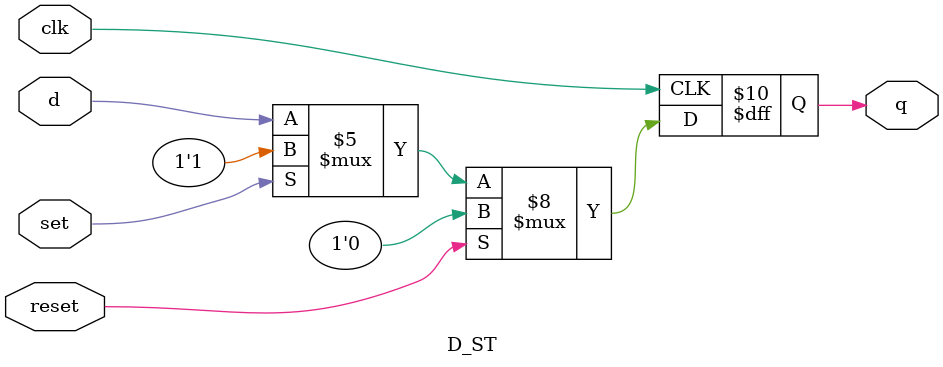
<source format=v>
module D_ST(q, d, clk, reset, set);//synchronizer trigger
	output q;
	reg q;
	input d,clk,reset,set;
	
	always@(posedge clk)
		begin
			if(reset == 1)
					q <= 0;
			else if(set == 1)
					q <= 1;
			else  
					q <= d;
					
		end
endmodule


</source>
